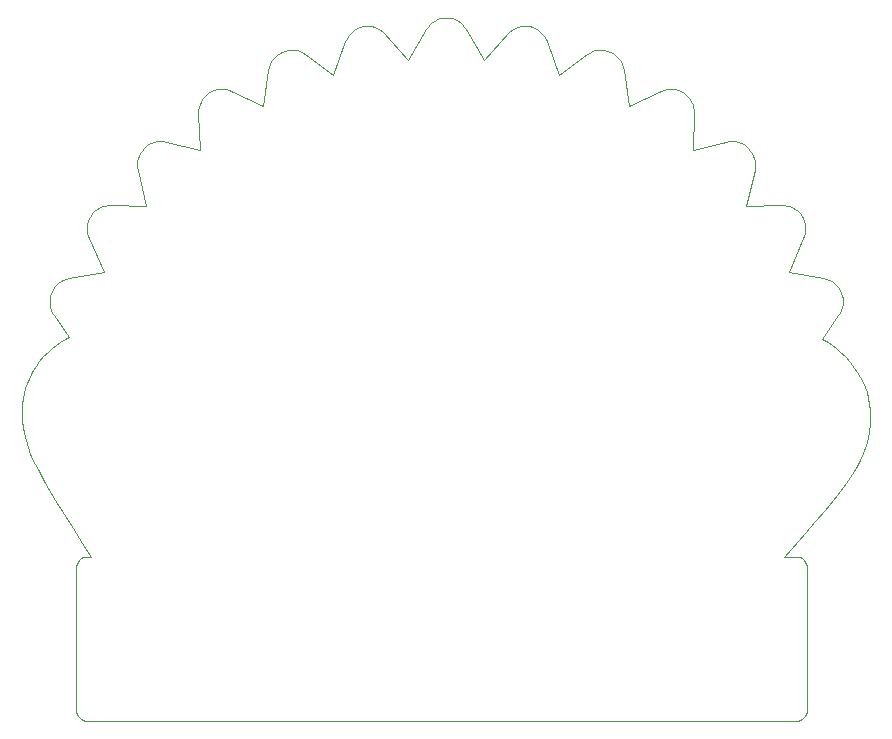
<source format=gbr>
%TF.GenerationSoftware,KiCad,Pcbnew,7.0.10*%
%TF.CreationDate,2024-01-13T02:21:11+01:00*%
%TF.ProjectId,ferris,66657272-6973-42e6-9b69-6361645f7063,rev?*%
%TF.SameCoordinates,Original*%
%TF.FileFunction,Profile,NP*%
%FSLAX46Y46*%
G04 Gerber Fmt 4.6, Leading zero omitted, Abs format (unit mm)*
G04 Created by KiCad (PCBNEW 7.0.10) date 2024-01-13 02:21:11*
%MOMM*%
%LPD*%
G01*
G04 APERTURE LIST*
%TA.AperFunction,Profile*%
%ADD10C,0.100000*%
%TD*%
G04 APERTURE END LIST*
D10*
%TO.C,Ref\u002A\u002A*%
X89211600Y-25593410D02*
X88962400Y-25643920D01*
X88962400Y-25643920D02*
X88723900Y-25725860D01*
X88723900Y-25725860D02*
X88498700Y-25837400D01*
X88498700Y-25837400D02*
X88289500Y-25976720D01*
X88289500Y-25976720D02*
X88099100Y-26141970D01*
X88099100Y-26141970D02*
X87930000Y-26331330D01*
X87930000Y-26331330D02*
X87785200Y-26542970D01*
X87785200Y-26542970D02*
X86240200Y-29144530D01*
X86240200Y-29144530D02*
X84248000Y-26916020D01*
X84248000Y-26916020D02*
X84236300Y-26910160D01*
X84236300Y-26910160D02*
X84053900Y-26732850D01*
X84053900Y-26732850D02*
X83852200Y-26581740D01*
X83852200Y-26581740D02*
X83634200Y-26458180D01*
X83634200Y-26458180D02*
X83402900Y-26363510D01*
X83402900Y-26363510D02*
X83161200Y-26299100D01*
X83161200Y-26299100D02*
X82912300Y-26266270D01*
X82912300Y-26266270D02*
X82659000Y-26266380D01*
X82659000Y-26266380D02*
X82404300Y-26300780D01*
X82404300Y-26300780D02*
X82155200Y-26369600D01*
X82155200Y-26369600D02*
X81920700Y-26469360D01*
X81920700Y-26469360D02*
X81703200Y-26597630D01*
X81703200Y-26597630D02*
X81504600Y-26752000D01*
X81504600Y-26752000D02*
X81327200Y-26930040D01*
X81327200Y-26930040D02*
X81173100Y-27129350D01*
X81173100Y-27129350D02*
X81044400Y-27347480D01*
X81044400Y-27347480D02*
X80943400Y-27582030D01*
X80943400Y-27582030D02*
X79910200Y-30462890D01*
X79910200Y-30462890D02*
X77541000Y-28683590D01*
X77541000Y-28683590D02*
X77325200Y-28542650D01*
X77325200Y-28542650D02*
X77095200Y-28432760D01*
X77095200Y-28432760D02*
X76854300Y-28354410D01*
X76854300Y-28354410D02*
X76606100Y-28308100D01*
X76606100Y-28308100D02*
X76353800Y-28294320D01*
X76353800Y-28294320D02*
X76101000Y-28313560D01*
X76101000Y-28313560D02*
X75851100Y-28366340D01*
X75851100Y-28366340D02*
X75607400Y-28453120D01*
X75607400Y-28453120D02*
X75378800Y-28570270D01*
X75378800Y-28570270D02*
X75170300Y-28713970D01*
X75170300Y-28713970D02*
X74983500Y-28881630D01*
X74983500Y-28881630D02*
X74820000Y-29070640D01*
X74820000Y-29070640D02*
X74681200Y-29278420D01*
X74681200Y-29278420D02*
X74568900Y-29502350D01*
X74568900Y-29502350D02*
X74484500Y-29739840D01*
X74484500Y-29739840D02*
X74429700Y-29988280D01*
X74429700Y-29988280D02*
X73953100Y-33044900D01*
X73953100Y-33044900D02*
X71293000Y-31779290D01*
X71293000Y-31779290D02*
X71291000Y-31779290D01*
X71291000Y-31779290D02*
X71291000Y-31777340D01*
X71291000Y-31777340D02*
X71050800Y-31682650D01*
X71050800Y-31682650D02*
X70803200Y-31621580D01*
X70803200Y-31621580D02*
X70551500Y-31593790D01*
X70551500Y-31593790D02*
X70299200Y-31598910D01*
X70299200Y-31598910D02*
X70049600Y-31636590D01*
X70049600Y-31636590D02*
X69806200Y-31706470D01*
X69806200Y-31706470D02*
X69572400Y-31808190D01*
X69572400Y-31808190D02*
X69351600Y-31941410D01*
X69351600Y-31941410D02*
X69151100Y-32100740D01*
X69151100Y-32100740D02*
X68974900Y-32281900D01*
X68974900Y-32281900D02*
X68824000Y-32482140D01*
X68824000Y-32482140D02*
X68699600Y-32698700D01*
X68699600Y-32698700D02*
X68602900Y-32928900D01*
X68602900Y-32928900D02*
X68535000Y-33170000D01*
X68535000Y-33170000D02*
X68497100Y-33419200D01*
X68497100Y-33419200D02*
X68490400Y-33673800D01*
X68490400Y-33673800D02*
X68595800Y-36785100D01*
X68595800Y-36785100D02*
X65734500Y-36084000D01*
X65734500Y-36084000D02*
X65480600Y-36039500D01*
X65480600Y-36039500D02*
X65226300Y-36029400D01*
X65226300Y-36029400D02*
X64974600Y-36052600D01*
X64974600Y-36052600D02*
X64728900Y-36108000D01*
X64728900Y-36108000D02*
X64492400Y-36194600D01*
X64492400Y-36194600D02*
X64268100Y-36311300D01*
X64268100Y-36311300D02*
X64059300Y-36457100D01*
X64059300Y-36457100D02*
X63869300Y-36630800D01*
X63869300Y-36630800D02*
X63704200Y-36826700D01*
X63704200Y-36826700D02*
X63567000Y-37039100D01*
X63567000Y-37039100D02*
X63458300Y-37264900D01*
X63458300Y-37264900D02*
X63378400Y-37501400D01*
X63378400Y-37501400D02*
X63328000Y-37745700D01*
X63328000Y-37745700D02*
X63307300Y-37994800D01*
X63307300Y-37994800D02*
X63317000Y-38245900D01*
X63317000Y-38245900D02*
X63357500Y-38496100D01*
X63357500Y-38496100D02*
X64047000Y-41544900D01*
X64047000Y-41544900D02*
X61093900Y-41435500D01*
X61093900Y-41435500D02*
X61084100Y-41435500D01*
X61084100Y-41435500D02*
X61082100Y-41435500D01*
X61082100Y-41435500D02*
X60824600Y-41444400D01*
X60824600Y-41444400D02*
X60574200Y-41487000D01*
X60574200Y-41487000D02*
X60333600Y-41561400D01*
X60333600Y-41561400D02*
X60105600Y-41665800D01*
X60105600Y-41665800D02*
X59892800Y-41798300D01*
X59892800Y-41798300D02*
X59697900Y-41957000D01*
X59697900Y-41957000D02*
X59523800Y-42140100D01*
X59523800Y-42140100D02*
X59373100Y-42345700D01*
X59373100Y-42345700D02*
X59249500Y-42568000D01*
X59249500Y-42568000D02*
X59155600Y-42801200D01*
X59155600Y-42801200D02*
X59091500Y-43042400D01*
X59091500Y-43042400D02*
X59057400Y-43288900D01*
X59057400Y-43288900D02*
X59053500Y-43537700D01*
X59053500Y-43537700D02*
X59079900Y-43785900D01*
X59079900Y-43785900D02*
X59136900Y-44030800D01*
X59136900Y-44030800D02*
X59224600Y-44269500D01*
X59224600Y-44269500D02*
X59224600Y-44271500D01*
X59224600Y-44271500D02*
X60474600Y-47132800D01*
X60474600Y-47132800D02*
X57539100Y-47630900D01*
X57539100Y-47630900D02*
X57535200Y-47630900D01*
X57535200Y-47630900D02*
X57284000Y-47691400D01*
X57284000Y-47691400D02*
X57046800Y-47783300D01*
X57046800Y-47783300D02*
X56825700Y-47904300D01*
X56825700Y-47904300D02*
X56623000Y-48051800D01*
X56623000Y-48051800D02*
X56440600Y-48223500D01*
X56440600Y-48223500D02*
X56280800Y-48416900D01*
X56280800Y-48416900D02*
X56145600Y-48629700D01*
X56145600Y-48629700D02*
X56037200Y-48859400D01*
X56037200Y-48859400D02*
X56035200Y-48861400D01*
X56035200Y-48861400D02*
X55956700Y-49102000D01*
X55956700Y-49102000D02*
X55908500Y-49348100D01*
X55908500Y-49348100D02*
X55890700Y-49596700D01*
X55890700Y-49596700D02*
X55903000Y-49845200D01*
X55903000Y-49845200D02*
X55945400Y-50090500D01*
X55945400Y-50090500D02*
X56017800Y-50329900D01*
X56017800Y-50329900D02*
X56120000Y-50560500D01*
X56120000Y-50560500D02*
X56252000Y-50779400D01*
X56252000Y-50779400D02*
X57519500Y-52615300D01*
X57519500Y-52615300D02*
X57174700Y-52816900D01*
X57174700Y-52816900D02*
X56819300Y-53042100D01*
X56819300Y-53042100D02*
X56457700Y-53294900D01*
X56457700Y-53294900D02*
X56094100Y-53579100D01*
X56094100Y-53579100D02*
X55732700Y-53898600D01*
X55732700Y-53898600D02*
X55378000Y-54257300D01*
X55378000Y-54257300D02*
X55034000Y-54658900D01*
X55034000Y-54658900D02*
X54705100Y-55107500D01*
X54705100Y-55107500D02*
X54495800Y-55437800D01*
X54495800Y-55437800D02*
X54302900Y-55786900D01*
X54302900Y-55786900D02*
X54128000Y-56154500D01*
X54128000Y-56154500D02*
X53972900Y-56540200D01*
X53972900Y-56540200D02*
X53839000Y-56943900D01*
X53839000Y-56943900D02*
X53728300Y-57365100D01*
X53728300Y-57365100D02*
X53642100Y-57803700D01*
X53642100Y-57803700D02*
X53582400Y-58259400D01*
X53582400Y-58259400D02*
X53550600Y-58731800D01*
X53550600Y-58731800D02*
X53548500Y-59220700D01*
X53548500Y-59220700D02*
X53577700Y-59725800D01*
X53577700Y-59725800D02*
X53640000Y-60246900D01*
X53640000Y-60246900D02*
X53736800Y-60783500D01*
X53736800Y-60783500D02*
X53870000Y-61335500D01*
X53870000Y-61335500D02*
X54041200Y-61902600D01*
X54041200Y-61902600D02*
X54252000Y-62484400D01*
X54252000Y-62484400D02*
X54230600Y-62429900D01*
X54230600Y-62429900D02*
X54230100Y-62434600D01*
X54230100Y-62434600D02*
X54252000Y-62504000D01*
X54252000Y-62504000D02*
X54306600Y-62652400D01*
X54306600Y-62652400D02*
X54441400Y-62943400D01*
X54441400Y-62943400D02*
X54882800Y-63787200D01*
X54882800Y-63787200D02*
X55536700Y-64969100D01*
X55536700Y-64969100D02*
X56361300Y-66402400D01*
X56361300Y-66402400D02*
X57076900Y-67589600D01*
X57076900Y-67589600D02*
X57843300Y-68803500D01*
X57843300Y-68803500D02*
X58637200Y-70018100D01*
X58637200Y-70018100D02*
X59435500Y-71207100D01*
X59435500Y-71207100D02*
X59093800Y-71207100D01*
X59093800Y-71207100D02*
X58908500Y-71226000D01*
X58908500Y-71226000D02*
X58730500Y-71280800D01*
X58730500Y-71280800D02*
X58566100Y-71368500D01*
X58566100Y-71368500D02*
X58421900Y-71486400D01*
X58421900Y-71486400D02*
X58304000Y-71630600D01*
X58304000Y-71630600D02*
X58216300Y-71795000D01*
X58216300Y-71795000D02*
X58161500Y-71973000D01*
X58161500Y-71973000D02*
X58142600Y-72158300D01*
X58142600Y-72158300D02*
X58142600Y-84158300D01*
X58142600Y-84158300D02*
X58161500Y-84343500D01*
X58161500Y-84343500D02*
X58216300Y-84521500D01*
X58216300Y-84521500D02*
X58304000Y-84685900D01*
X58304000Y-84685900D02*
X58421900Y-84830100D01*
X58421900Y-84830100D02*
X58566100Y-84948000D01*
X58566100Y-84948000D02*
X58730500Y-85035800D01*
X58730500Y-85035800D02*
X58908500Y-85090500D01*
X58908500Y-85090500D02*
X59093800Y-85109400D01*
X59093800Y-85109400D02*
X119093800Y-85109400D01*
X119093800Y-85109400D02*
X119279000Y-85090500D01*
X119279000Y-85090500D02*
X119457000Y-85035800D01*
X119457000Y-85035800D02*
X119621400Y-84948000D01*
X119621400Y-84948000D02*
X119765600Y-84830100D01*
X119765600Y-84830100D02*
X119883500Y-84685900D01*
X119883500Y-84685900D02*
X119971200Y-84521500D01*
X119971200Y-84521500D02*
X120025990Y-84343500D01*
X120025990Y-84343500D02*
X120044920Y-84158300D01*
X120044920Y-84158300D02*
X120044920Y-72158300D01*
X120044920Y-72158300D02*
X120025990Y-71973000D01*
X120025990Y-71973000D02*
X119971200Y-71795000D01*
X119971200Y-71795000D02*
X119883500Y-71630600D01*
X119883500Y-71630600D02*
X119765600Y-71486400D01*
X119765600Y-71486400D02*
X119621400Y-71368500D01*
X119621400Y-71368500D02*
X119457000Y-71280800D01*
X119457000Y-71280800D02*
X119279000Y-71226000D01*
X119279000Y-71226000D02*
X119093800Y-71207100D01*
X119093800Y-71207100D02*
X118086000Y-71207100D01*
X118086000Y-71207100D02*
X119863500Y-69220500D01*
X119863500Y-69220500D02*
X120720550Y-68225600D01*
X120720550Y-68225600D02*
X121525420Y-67252000D01*
X121525420Y-67252000D02*
X122525870Y-65990800D01*
X122525870Y-65990800D02*
X123324250Y-64949300D01*
X123324250Y-64949300D02*
X123867220Y-64203200D01*
X123867220Y-64203200D02*
X124041050Y-63939500D01*
X124041050Y-63939500D02*
X124115270Y-63804800D01*
X124115270Y-63804800D02*
X124142030Y-63741400D01*
X124142030Y-63741400D02*
X124140660Y-63730500D01*
X124140660Y-63730500D02*
X124142610Y-63726600D01*
X124142610Y-63726600D02*
X124144560Y-63722700D01*
X124144560Y-63722700D02*
X124494210Y-63056400D01*
X124494210Y-63056400D02*
X124781360Y-62404200D01*
X124781360Y-62404200D02*
X125009230Y-61766900D01*
X125009230Y-61766900D02*
X125181040Y-61145400D01*
X125181040Y-61145400D02*
X125299990Y-60540400D01*
X125299990Y-60540400D02*
X125369310Y-59952900D01*
X125369310Y-59952900D02*
X125392190Y-59383700D01*
X125392190Y-59383700D02*
X125371870Y-58833500D01*
X125371870Y-58833500D02*
X125311540Y-58303300D01*
X125311540Y-58303300D02*
X125214420Y-57793800D01*
X125214420Y-57793800D02*
X125083720Y-57305800D01*
X125083720Y-57305800D02*
X124922670Y-56840300D01*
X124922670Y-56840300D02*
X124734470Y-56398000D01*
X124734470Y-56398000D02*
X124522330Y-55979800D01*
X124522330Y-55979800D02*
X124289460Y-55586400D01*
X124289460Y-55586400D02*
X124039090Y-55218800D01*
X124039090Y-55218800D02*
X123639790Y-54707400D01*
X123639790Y-54707400D02*
X123242470Y-54263100D01*
X123242470Y-54263100D02*
X122854590Y-53881500D01*
X122854590Y-53881500D02*
X122483640Y-53558200D01*
X122483640Y-53558200D02*
X122137070Y-53289000D01*
X122137070Y-53289000D02*
X121822360Y-53069400D01*
X121822360Y-53069400D02*
X121318390Y-52761800D01*
X121318390Y-52761800D02*
X122685570Y-50781300D01*
X122685570Y-50781300D02*
X122689480Y-50777400D01*
X122689480Y-50777400D02*
X122820070Y-50559900D01*
X122820070Y-50559900D02*
X122921720Y-50330400D01*
X122921720Y-50330400D02*
X122994120Y-50091800D01*
X122994120Y-50091800D02*
X123036940Y-49847000D01*
X123036940Y-49847000D02*
X123049890Y-49598700D01*
X123049890Y-49598700D02*
X123032640Y-49349800D01*
X123032640Y-49349800D02*
X122984870Y-49103100D01*
X122984870Y-49103100D02*
X122906280Y-48861400D01*
X122906280Y-48861400D02*
X122904330Y-48859400D01*
X122904330Y-48859400D02*
X122795410Y-48629200D01*
X122795410Y-48629200D02*
X122659710Y-48416100D01*
X122659710Y-48416100D02*
X122499340Y-48222500D01*
X122499340Y-48222500D02*
X122316460Y-48050700D01*
X122316460Y-48050700D02*
X122113180Y-47903200D01*
X122113180Y-47903200D02*
X121891660Y-47782500D01*
X121891660Y-47782500D02*
X121654010Y-47690900D01*
X121654010Y-47690900D02*
X121402380Y-47630900D01*
X121402380Y-47630900D02*
X118464900Y-47132900D01*
X118464900Y-47132900D02*
X119714900Y-44269600D01*
X119714900Y-44269600D02*
X119714900Y-44267600D01*
X119714900Y-44267600D02*
X119801700Y-44029200D01*
X119801700Y-44029200D02*
X119858300Y-43784600D01*
X119858300Y-43784600D02*
X119884700Y-43536600D01*
X119884700Y-43536600D02*
X119880900Y-43287900D01*
X119880900Y-43287900D02*
X119847000Y-43041400D01*
X119847000Y-43041400D02*
X119782900Y-42800100D01*
X119782900Y-42800100D02*
X119688700Y-42566500D01*
X119688700Y-42566500D02*
X119564500Y-42343700D01*
X119564500Y-42343700D02*
X119412200Y-42136800D01*
X119412200Y-42136800D02*
X119236700Y-41953500D01*
X119236700Y-41953500D02*
X119040800Y-41795300D01*
X119040800Y-41795300D02*
X118827400Y-41663800D01*
X118827400Y-41663800D02*
X118599300Y-41560600D01*
X118599300Y-41560600D02*
X118359400Y-41487100D01*
X118359400Y-41487100D02*
X118110500Y-41444900D01*
X118110500Y-41444900D02*
X117855500Y-41435500D01*
X117855500Y-41435500D02*
X117847700Y-41435500D01*
X117847700Y-41435500D02*
X114894600Y-41544900D01*
X114894600Y-41544900D02*
X115582100Y-38496100D01*
X115582100Y-38496100D02*
X115582100Y-38492200D01*
X115582100Y-38492200D02*
X115622400Y-38242100D01*
X115622400Y-38242100D02*
X115631800Y-37991400D01*
X115631800Y-37991400D02*
X115611000Y-37742800D01*
X115611000Y-37742800D02*
X115560400Y-37499200D01*
X115560400Y-37499200D02*
X115480300Y-37263300D01*
X115480300Y-37263300D02*
X115371300Y-37038100D01*
X115371300Y-37038100D02*
X115233900Y-36826400D01*
X115233900Y-36826400D02*
X115068400Y-36630900D01*
X115068400Y-36630900D02*
X114878400Y-36457300D01*
X114878400Y-36457300D02*
X114669700Y-36311800D01*
X114669700Y-36311800D02*
X114445500Y-36195300D01*
X114445500Y-36195300D02*
X114209100Y-36109000D01*
X114209100Y-36109000D02*
X113963600Y-36053700D01*
X113963600Y-36053700D02*
X113712300Y-36030400D01*
X113712300Y-36030400D02*
X113458400Y-36040200D01*
X113458400Y-36040200D02*
X113205100Y-36084000D01*
X113205100Y-36084000D02*
X113203100Y-36084000D01*
X113203100Y-36084000D02*
X110343800Y-36785200D01*
X110343800Y-36785200D02*
X110447300Y-33673800D01*
X110447300Y-33673800D02*
X110440300Y-33418600D01*
X110440300Y-33418600D02*
X110402200Y-33168900D01*
X110402200Y-33168900D02*
X110334000Y-32927400D01*
X110334000Y-32927400D02*
X110236900Y-32696900D01*
X110236900Y-32696900D02*
X110112200Y-32480080D01*
X110112200Y-32480080D02*
X109961100Y-32279740D01*
X109961100Y-32279740D02*
X109784600Y-32098610D01*
X109784600Y-32098610D02*
X109584000Y-31939450D01*
X109584000Y-31939450D02*
X109364300Y-31807170D01*
X109364300Y-31807170D02*
X109131700Y-31706330D01*
X109131700Y-31706330D02*
X108889600Y-31637220D01*
X108889600Y-31637220D02*
X108641300Y-31600120D01*
X108641300Y-31600120D02*
X108390300Y-31595300D01*
X108390300Y-31595300D02*
X108139900Y-31623050D01*
X108139900Y-31623050D02*
X107893400Y-31683640D01*
X107893400Y-31683640D02*
X107654400Y-31777350D01*
X107654400Y-31777350D02*
X107648500Y-31779300D01*
X107648500Y-31779300D02*
X107646500Y-31779300D01*
X107646500Y-31779300D02*
X104986300Y-33044900D01*
X104986300Y-33044900D02*
X104507800Y-29990230D01*
X104507800Y-29990230D02*
X104452900Y-29740820D01*
X104452900Y-29740820D02*
X104368300Y-29502690D01*
X104368300Y-29502690D02*
X104255600Y-29278400D01*
X104255600Y-29278400D02*
X104116600Y-29070470D01*
X104116600Y-29070470D02*
X103952800Y-28881440D01*
X103952800Y-28881440D02*
X103766100Y-28713850D01*
X103766100Y-28713850D02*
X103557900Y-28570240D01*
X103557900Y-28570240D02*
X103330100Y-28453120D01*
X103330100Y-28453120D02*
X103086400Y-28366240D01*
X103086400Y-28366240D02*
X102836500Y-28313460D01*
X102836500Y-28313460D02*
X102583800Y-28294270D01*
X102583800Y-28294270D02*
X102331600Y-28308140D01*
X102331600Y-28308140D02*
X102083300Y-28354530D01*
X102083300Y-28354530D02*
X101842500Y-28432920D01*
X101842500Y-28432920D02*
X101612400Y-28542790D01*
X101612400Y-28542790D02*
X101396600Y-28683590D01*
X101396600Y-28683590D02*
X101394600Y-28683590D01*
X101394600Y-28683590D02*
X99025400Y-30460940D01*
X99025400Y-30460940D02*
X97992200Y-27582030D01*
X97992200Y-27582030D02*
X97891600Y-27347480D01*
X97891600Y-27347480D02*
X97763300Y-27129430D01*
X97763300Y-27129430D02*
X97609600Y-26930270D01*
X97609600Y-26930270D02*
X97432500Y-26752360D01*
X97432500Y-26752360D02*
X97234400Y-26598080D01*
X97234400Y-26598080D02*
X97017400Y-26469810D01*
X97017400Y-26469810D02*
X96783600Y-26369920D01*
X96783600Y-26369920D02*
X96535200Y-26300780D01*
X96535200Y-26300780D02*
X96533200Y-26300780D01*
X96533200Y-26300780D02*
X96278500Y-26266170D01*
X96278500Y-26266170D02*
X96025100Y-26265840D01*
X96025100Y-26265840D02*
X95776000Y-26298480D01*
X95776000Y-26298480D02*
X95534200Y-26362770D01*
X95534200Y-26362770D02*
X95302700Y-26457390D01*
X95302700Y-26457390D02*
X95084300Y-26581040D01*
X95084300Y-26581040D02*
X94882200Y-26732400D01*
X94882200Y-26732400D02*
X94699200Y-26910160D01*
X94699200Y-26910160D02*
X94687500Y-26916020D01*
X94687500Y-26916020D02*
X92695300Y-29144530D01*
X92695300Y-29144530D02*
X91152300Y-26546880D01*
X91152300Y-26546880D02*
X91008100Y-26334630D01*
X91008100Y-26334630D02*
X90839400Y-26144620D01*
X90839400Y-26144620D02*
X90649000Y-25978720D01*
X90649000Y-25978720D02*
X90439700Y-25838780D01*
X90439700Y-25838780D02*
X90214300Y-25726700D01*
X90214300Y-25726700D02*
X89975500Y-25644320D01*
X89975500Y-25644320D02*
X89726000Y-25593520D01*
X89726000Y-25593520D02*
X89468800Y-25576170D01*
X89468800Y-25576170D02*
X89211600Y-25593410D01*
%TD*%
M02*

</source>
